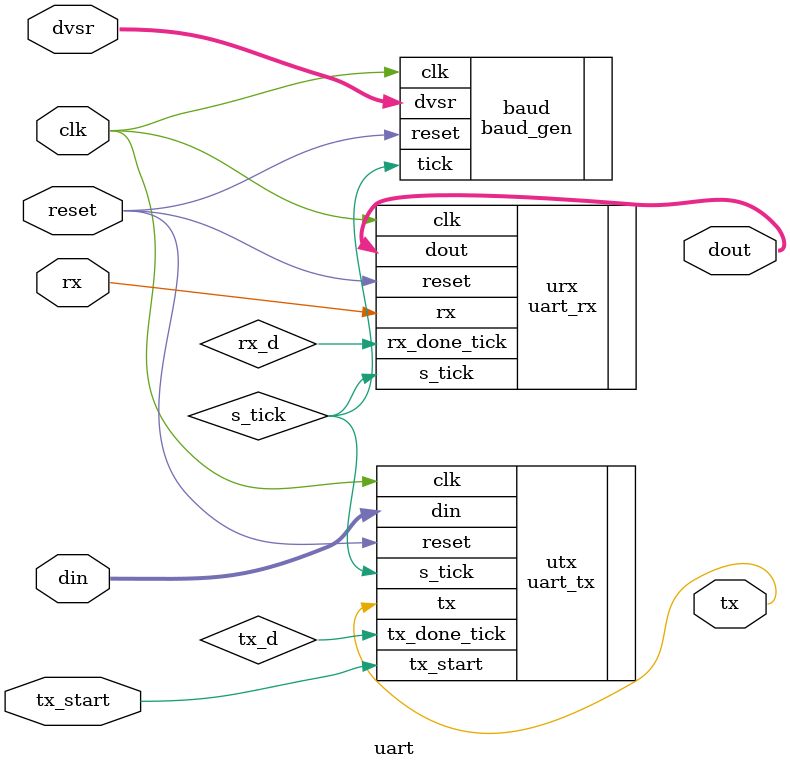
<source format=sv>
`timescale 1ns / 1ps


module uart
#(parameter DBIT = 8,
            SB_TICK = 16)
(
    input logic clk,reset,
    input logic [10:0] dvsr,
    input logic [7:0] din,
    input logic tx_start,
    input rx,
    output tx,
    output logic [7:0] dout
    );
    
    logic rx_d, tx_d;
    logic s_tick;
    
    baud_gen baud (.clk(clk), .reset(reset),.dvsr(dvsr), .tick(s_tick));
    
    uart_rx #(.DBIT(DBIT), .SB_TICK(SB_TICK)) urx
    (.clk(clk), .reset(reset),.rx(rx),.s_tick(s_tick),.rx_done_tick(rx_d),.dout(dout));
    
    uart_tx #(.DBIT(DBIT), .SB_TICK(SB_TICK)) utx
    (.clk(clk), .reset(reset),.tx_start(tx_start),.s_tick(s_tick),.din(din), .tx_done_tick(tx_d),.tx(tx));
    
endmodule

</source>
